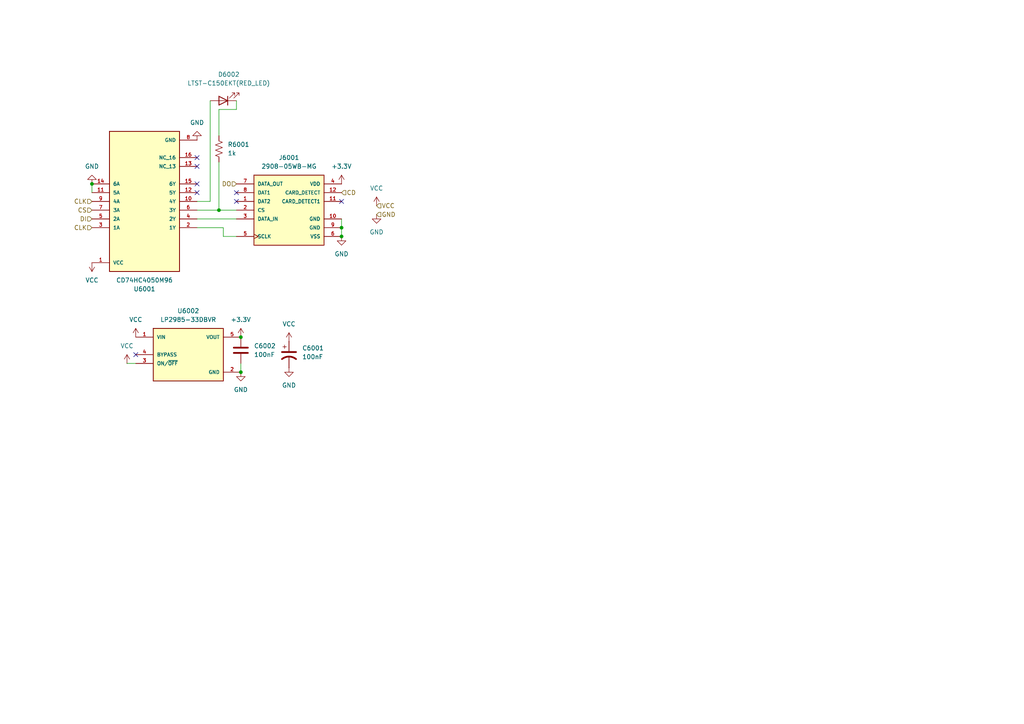
<source format=kicad_sch>
(kicad_sch (version 20231120) (generator "eeschema") (generator_version "8.0")
  (paper "A4")
  (lib_symbols
    (symbol "2908-05WB-MG:2908-05WB-MG" (pin_names (offset 1.016))
      (property "Reference" "J" (at -10.1759 10.1759 0))
      (property "Value" "2908-05WB-MG" (at -10.1675 -12.7094 0))
      (symbol "2908-05WB-MG_0_0"
        (rectangle (start -10.16 -10.16) (end 10.16 10.16) (stroke (width 0.254)) (fill (type background)))
        (pin bidirectional line (at -15.24 2.54 0) (length 5.08) (name "DAT2") (number "1"))
        (pin power_in line (at 15.24 7.62 180) (length 5.08) (name "VDD") (number "4"))
        (pin power_in line (at 15.24 -7.62 180) (length 5.08) (name "VSS") (number "6"))
        (pin bidirectional line (at -15.24 5.08 0) (length 5.08) (name "DAT1") (number "8"))
      )
      (symbol "2908-05WB-MG_1_0"
        (pin power_in line (at 15.24 -2.54 180) (length 5.08) (name "GND") (number "10"))
        (pin unspecified line (at 15.24 2.54 180) (length 5.08) (name "CARD_DETECT1") (number "11"))
        (pin unspecified line (at 15.24 5.08 180) (length 5.08) (name "CARD_DETECT") (number "12"))
        (pin bidirectional line (at -15.24 0 0) (length 5.08) (name "CS") (number "2"))
        (pin bidirectional line (at -15.24 -2.54 0) (length 5.08) (name "DATA_IN") (number "3"))
        (pin bidirectional clock (at -15.24 -7.62 0) (length 5.08) (name "SCLK") (number "5"))
        (pin bidirectional line (at -15.24 7.62 0) (length 5.08) (name "DATA_OUT") (number "7"))
        (pin power_in line (at 15.24 -5.08 180) (length 5.08) (name "GND") (number "9"))
      )
    )
    (symbol "CD74HC4050M96:CD74HC4050M96" (pin_names (offset 1.016))
      (property "Reference" "U" (at -10.16 21.32 0))
      (property "Value" "CD74HC4050M96" (at -10.16 -24.32 0))
      (symbol "CD74HC4050M96_0_0"
        (rectangle (start -10.16 -20.32) (end 10.16 20.32) (stroke (width 0.254)) (fill (type background)))
        (pin power_in line (at -15.24 17.78 0) (length 5.08) (name "VCC") (number "1"))
        (pin output line (at 15.24 0 180) (length 5.08) (name "4Y") (number "10"))
        (pin input line (at -15.24 -2.54 0) (length 5.08) (name "5A") (number "11"))
        (pin output line (at 15.24 -2.54 180) (length 5.08) (name "5Y") (number "12"))
        (pin passive line (at 15.24 -10.16 180) (length 5.08) (name "NC_13") (number "13"))
        (pin input line (at -15.24 -5.08 0) (length 5.08) (name "6A") (number "14"))
        (pin output line (at 15.24 -5.08 180) (length 5.08) (name "6Y") (number "15"))
        (pin passive line (at 15.24 -12.7 180) (length 5.08) (name "NC_16") (number "16"))
        (pin output line (at 15.24 7.62 180) (length 5.08) (name "1Y") (number "2"))
        (pin input line (at -15.24 7.62 0) (length 5.08) (name "1A") (number "3"))
        (pin output line (at 15.24 5.08 180) (length 5.08) (name "2Y") (number "4"))
        (pin input line (at -15.24 5.08 0) (length 5.08) (name "2A") (number "5"))
        (pin output line (at 15.24 2.54 180) (length 5.08) (name "3Y") (number "6"))
        (pin input line (at -15.24 2.54 0) (length 5.08) (name "3A") (number "7"))
        (pin power_in line (at 15.24 -17.78 180) (length 5.08) (name "GND") (number "8"))
        (pin input line (at -15.24 0 0) (length 5.08) (name "4A") (number "9"))
      )
    )
    (symbol "Device:C" (pin_numbers hide) (pin_names (offset 0.254))
      (property "Reference" "C" (at 0.635 2.54 0))
      (property "Value" "C" (at 0.635 -2.54 0))
      (symbol "C_0_1"
        (polyline (pts (xy -2.032 -0.762) (xy 2.032 -0.762)) (stroke (width 0.508)))
        (polyline (pts (xy -2.032 0.762) (xy 2.032 0.762)) (stroke (width 0.508)))
      )
      (symbol "C_1_1"
        (pin passive line (at 0 3.81 270) (length 2.794) (name "~") (number "1"))
        (pin passive line (at 0 -3.81 90) (length 2.794) (name "~") (number "2"))
      )
    )
    (symbol "Device:C_Polarized_US" (pin_numbers hide) (pin_names (offset 0.254) hide)
      (property "Reference" "C" (at 0.635 2.54 0))
      (property "Value" "C_Polarized_US" (at 0.635 -2.54 0))
      (symbol "C_Polarized_US_0_1"
        (polyline (pts (xy -2.032 0.762) (xy 2.032 0.762)) (stroke (width 0.508)))
        (polyline (pts (xy -1.778 2.286) (xy -0.762 2.286)))
        (polyline (pts (xy -1.27 1.778) (xy -1.27 2.794)))
        (arc (start 2.032 -1.27) (mid 0 -0.5572) (end -2.032 -1.27) (stroke (width 0.508)))
      )
      (symbol "C_Polarized_US_1_1"
        (pin passive line (at 0 3.81 270) (length 2.794) (name "~") (number "1"))
        (pin passive line (at 0 -3.81 90) (length 3.302) (name "~") (number "2"))
      )
    )
    (symbol "Device:LED" (pin_numbers hide) (pin_names (offset 1.016) hide)
      (property "Reference" "D" (at 0 2.54 0))
      (property "Value" "LED" (at 0 -2.54 0))
      (symbol "LED_0_1"
        (polyline (pts (xy -1.27 -1.27) (xy -1.27 1.27)) (stroke (width 0.254)))
        (polyline (pts (xy -1.27 0) (xy 1.27 0)))
        (polyline (pts (xy 1.27 -1.27) (xy 1.27 1.27) (xy -1.27 0) (xy 1.27 -1.27)) (stroke (width 0.254)))
        (polyline (pts (xy -3.048 -0.762) (xy -4.572 -2.286) (xy -3.81 -2.286) (xy -4.572 -2.286) (xy -4.572 -1.524)))
        (polyline (pts (xy -1.778 -0.762) (xy -3.302 -2.286) (xy -2.54 -2.286) (xy -3.302 -2.286) (xy -3.302 -1.524)))
      )
      (symbol "LED_1_1"
        (pin passive line (at -3.81 0 0) (length 2.54) (name "K") (number "1"))
        (pin passive line (at 3.81 0 180) (length 2.54) (name "A") (number "2"))
      )
    )
    (symbol "Device:R_US" (pin_numbers hide) (pin_names (offset 0))
      (property "Reference" "R" (at 2.54 0 90))
      (property "Value" "R_US" (at -2.54 0 90))
      (symbol "R_US_0_1"
        (polyline (pts (xy 0 -2.286) (xy 0 -2.54)))
        (polyline (pts (xy 0 2.286) (xy 0 2.54)))
        (polyline (pts (xy 0 -0.762) (xy 1.016 -1.143) (xy 0 -1.524) (xy -1.016 -1.905) (xy 0 -2.286)))
        (polyline (pts (xy 0 0.762) (xy 1.016 0.381) (xy 0 0) (xy -1.016 -0.381) (xy 0 -0.762)))
        (polyline (pts (xy 0 2.286) (xy 1.016 1.905) (xy 0 1.524) (xy -1.016 1.143) (xy 0 0.762)))
      )
      (symbol "R_US_1_1"
        (pin passive line (at 0 3.81 270) (length 1.27) (name "~") (number "1"))
        (pin passive line (at 0 -3.81 90) (length 1.27) (name "~") (number "2"))
      )
    )
    (symbol "LP2985-33DBVR:LP2985-33DBVR" (pin_names (offset 1.016))
      (property "Reference" "U" (at -10.16 8.62 0))
      (property "Value" "LP2985-33DBVR" (at -10.16 -10.16 0))
      (symbol "LP2985-33DBVR_0_0"
        (rectangle (start -10.16 -7.62) (end 10.16 7.62) (stroke (width 0.254)) (fill (type background)))
        (pin input line (at -15.24 5.08 0) (length 5.08) (name "VIN") (number "1"))
        (pin power_in line (at 15.24 -5.08 180) (length 5.08) (name "GND") (number "2"))
        (pin input line (at -15.24 -2.54 0) (length 5.08) (name "ON/~{OFF}") (number "3"))
        (pin bidirectional line (at -15.24 0 0) (length 5.08) (name "BYPASS") (number "4"))
        (pin output line (at 15.24 5.08 180) (length 5.08) (name "VOUT") (number "5"))
      )
    )
    (symbol "power:+3.3V" (power) (pin_numbers hide) (pin_names (offset 0) hide)
      (property "Value" "+3.3V" (at 0 3.556 0))
      (symbol "+3.3V_0_1"
        (polyline (pts (xy -0.762 1.27) (xy 0 2.54)))
        (polyline (pts (xy 0 0) (xy 0 2.54)))
        (polyline (pts (xy 0 2.54) (xy 0.762 1.27)))
      )
      (symbol "+3.3V_1_1"
        (pin power_in line (at 0 0 90) (length 0) (name "~") (number "1"))
      )
    )
    (symbol "power:GND" (power) (pin_numbers hide) (pin_names (offset 0) hide)
      (property "Value" "GND" (at 0 -3.81 0))
      (symbol "GND_0_1"
        (polyline (pts (xy 0 0) (xy 0 -1.27) (xy 1.27 -1.27) (xy 0 -2.54) (xy -1.27 -1.27) (xy 0 -1.27)))
      )
      (symbol "GND_1_1"
        (pin power_in line (at 0 0 270) (length 0) (name "~") (number "1"))
      )
    )
    (symbol "power:VCC" (power) (pin_numbers hide) (pin_names (offset 0) hide)
      (property "Value" "VCC" (at 0 3.556 0))
      (symbol "VCC_0_1"
        (polyline (pts (xy -0.762 1.27) (xy 0 2.54)))
        (polyline (pts (xy 0 0) (xy 0 2.54)))
        (polyline (pts (xy 0 2.54) (xy 0.762 1.27)))
      )
      (symbol "VCC_1_1"
        (pin power_in line (at 0 0 90) (length 0) (name "~") (number "1"))
      )
    )
  )
  (junction (at 26.67 53.34))
  (junction (at 63.5 60.96))
  (junction (at 69.85 97.79))
  (junction (at 69.85 107.95))
  (junction (at 99.06 68.58))
  (junction (at 99.06 66.04))
  (no_connect (at 39.37 102.87))
  (no_connect (at 57.15 53.34))
  (no_connect (at 57.15 48.26))
  (no_connect (at 99.06 58.42))
  (no_connect (at 57.15 55.88))
  (no_connect (at 57.15 45.72))
  (no_connect (at 68.58 58.42))
  (no_connect (at 68.58 55.88))
  (wire (pts (xy 63.5 60.96) (xy 68.58 60.96)))
  (wire (pts (xy 99.06 66.04) (xy 99.06 68.58)))
  (wire (pts (xy 99.06 63.5) (xy 99.06 66.04)))
  (wire (pts (xy 57.15 63.5) (xy 68.58 63.5)))
  (wire (pts (xy 63.5 46.99) (xy 63.5 60.96)))
  (wire (pts (xy 63.5 31.75) (xy 68.58 31.75)))
  (wire (pts (xy 69.85 105.41) (xy 69.85 107.95)))
  (wire (pts (xy 26.67 55.88) (xy 26.67 53.34)))
  (wire (pts (xy 63.5 31.75) (xy 63.5 39.37)))
  (wire (pts (xy 64.77 66.04) (xy 64.77 68.58)))
  (wire (pts (xy 57.15 66.04) (xy 64.77 66.04)))
  (wire (pts (xy 68.58 31.75) (xy 68.58 29.21)))
  (wire (pts (xy 57.15 58.42) (xy 60.96 58.42)))
  (wire (pts (xy 60.96 58.42) (xy 60.96 29.21)))
  (wire (pts (xy 36.83 105.41) (xy 39.37 105.41)))
  (wire (pts (xy 57.15 60.96) (xy 63.5 60.96)))
  (wire (pts (xy 64.77 68.58) (xy 68.58 68.58)))
  (hierarchical_label "VCC" (shape input) (at 109.22 59.69 0))
  (hierarchical_label "GND" (shape input) (at 109.22 62.23 0))
  (hierarchical_label "DI" (shape input) (at 26.67 63.5 180))
  (hierarchical_label "CLK" (shape input) (at 26.67 58.42 180))
  (hierarchical_label "CLK" (shape input) (at 26.67 66.04 180))
  (hierarchical_label "CS" (shape input) (at 26.67 60.96 180))
  (hierarchical_label "CD" (shape input) (at 99.06 55.88 0))
  (hierarchical_label "DO" (shape input) (at 68.58 53.34 180))
  (symbol (lib_id "power:GND") (at 83.82 106.68 0) (unit 1)
    (property "Reference" "#PWR06013" (effects (hide yes)))
    (property "Value" "GND" (at 83.82 111.76 0))
    (property "Description" "Power symbol creates a global label with name \"GND\" , ground" (effects (hide yes)))
  )
  (symbol (lib_id "power:VCC") (at 39.37 97.79 0) (mirror y) (unit 1)
    (property "Reference" "#PWR06009" (effects (hide yes)))
    (property "Value" "VCC" (at 39.37 92.71 0))
    (property "Description" "Power symbol creates a global label with name \"VCC\"" (effects (hide yes)))
  )
  (symbol (lib_id "power:GND") (at 57.15 40.64 0) (mirror x) (unit 1)
    (property "Reference" "#PWR06008" (effects (hide yes)))
    (property "Value" "GND" (at 57.15 35.56 0))
    (property "Description" "Power symbol creates a global label with name \"GND\" , ground" (effects (hide yes)))
  )
  (symbol (lib_id "power:VCC") (at 36.83 105.41 0) (mirror y) (unit 1)
    (property "Reference" "#PWR06011" (effects (hide yes)))
    (property "Value" "VCC" (at 36.83 100.33 0))
    (property "Description" "Power symbol creates a global label with name \"VCC\"" (effects (hide yes)))
  )
  (symbol (lib_id "power:GND") (at 109.22 62.23 0) (unit 1)
    (property "Reference" "#PWR06004" (effects (hide yes)))
    (property "Value" "GND" (at 109.22 67.31 0))
    (property "Description" "Power symbol creates a global label with name \"GND\" , ground" (effects (hide yes)))
  )
  (symbol (lib_id "power:GND") (at 69.85 107.95 0) (unit 1)
    (property "Reference" "#PWR06002" (effects (hide yes)))
    (property "Value" "GND" (at 69.85 113.03 0))
    (property "Description" "Power symbol creates a global label with name \"GND\" , ground" (effects (hide yes)))
  )
  (symbol (lib_id "Device:C_Polarized_US") (at 83.82 102.87 0) (unit 1)
    (property "Reference" "C6001" (at 87.63 100.9649 0) (effects (justify left)))
    (property "Value" "100nF" (at 87.63 103.5049 0) (effects (justify left)))
    (property "Footprint" "Capacitor_Tantalum_SMD:CP_EIA-1608-08_AVX-J" (effects (hide yes)))
    (property "Description" "Polarized capacitor, US symbol" (effects (hide yes)))
  )
  (symbol (lib_id "power:GND") (at 99.06 68.58 0) (unit 1)
    (property "Reference" "#PWR06003" (effects (hide yes)))
    (property "Value" "GND" (at 99.06 73.66 0))
    (property "Description" "Power symbol creates a global label with name \"GND\" , ground" (effects (hide yes)))
  )
  (symbol (lib_id "power:VCC") (at 26.67 76.2 0) (mirror x) (unit 1)
    (property "Reference" "#PWR06007" (effects (hide yes)))
    (property "Value" "VCC" (at 26.67 81.28 0))
    (property "Description" "Power symbol creates a global label with name \"VCC\"" (effects (hide yes)))
  )
  (symbol (lib_id "power:VCC") (at 83.82 99.06 0) (mirror y) (unit 1)
    (property "Reference" "#PWR06012" (effects (hide yes)))
    (property "Value" "VCC" (at 83.82 93.98 0))
    (property "Description" "Power symbol creates a global label with name \"VCC\"" (effects (hide yes)))
  )
  (symbol (lib_id "Device:LED") (at 64.77 29.21 180) (unit 1)
    (property "Reference" "D6002" (at 66.3575 21.59 0))
    (property "Value" "LTST-C150EKT(RED_LED)" (at 66.3575 24.13 0))
    (property "Footprint" "LED_SMD:LED_1206_3216Metric" (effects (hide yes)))
    (property "Description" "Light emitting diode" (effects (hide yes)))
  )
  (symbol (lib_id "CD74HC4050M96:CD74HC4050M96") (at 41.91 58.42 0) (mirror x) (unit 1)
    (property "Reference" "U6001" (at 41.91 83.82 0))
    (property "Value" "CD74HC4050M96" (at 41.91 81.28 0))
    (property "Footprint" "CD74HC4050M96:SOIC127P600X175-16N" (effects (hide yes)))
    (property "PARTREV" "February 2005" (effects (hide yes)))
    (property "MANUFACTURER" "Texas Instruments" (effects (hide yes)))
    (property "MAXIMUM_PACKAGE_HEIGHT" "1.75mm" (effects (hide yes)))
    (property "STANDARD" "IPC-7351B" (effects (hide yes)))
  )
  (symbol (lib_id "2908-05WB-MG:2908-05WB-MG") (at 83.82 60.96 0) (unit 1)
    (property "Reference" "J6001" (at 83.82 45.72 0))
    (property "Value" "2908-05WB-MG" (at 83.82 48.26 0))
    (property "Footprint" "2908-05WB-MG:3M_2908-05WB-MG" (effects (hide yes)))
    (property "MANUFACTURER" "3M" (effects (hide yes)))
  )
  (symbol (lib_id "power:+3.3V") (at 99.06 53.34 0) (unit 1)
    (property "Reference" "#PWR06001" (effects (hide yes)))
    (property "Value" "+3.3V" (at 99.06 48.26 0))
    (property "Description" "Power symbol creates a global label with name \"+3.3V\"" (effects (hide yes)))
  )
  (symbol (lib_id "Device:R_US") (at 63.5 43.18 0) (unit 1)
    (property "Reference" "R6001" (at 66.04 41.9099 0) (effects (justify left)))
    (property "Value" "1k" (at 66.04 44.4499 0) (effects (justify left)))
    (property "Footprint" "Resistor_SMD:R_0201_0603Metric" (effects (hide yes)))
    (property "Description" "Resistor, US symbol" (effects (hide yes)))
  )
  (symbol (lib_id "power:VCC") (at 109.22 59.69 0) (unit 1)
    (property "Reference" "#PWR06005" (effects (hide yes)))
    (property "Value" "VCC" (at 109.22 54.61 0))
    (property "Description" "Power symbol creates a global label with name \"VCC\"" (effects (hide yes)))
  )
  (symbol (lib_id "power:GND") (at 26.67 53.34 0) (mirror x) (unit 1)
    (property "Reference" "#PWR06006" (effects (hide yes)))
    (property "Value" "GND" (at 26.67 48.26 0))
    (property "Description" "Power symbol creates a global label with name \"GND\" , ground" (effects (hide yes)))
  )
  (symbol (lib_id "Device:C") (at 69.85 101.6 0) (unit 1)
    (property "Reference" "C6002" (at 73.66 100.3299 0) (effects (justify left)))
    (property "Value" "100nF" (at 73.66 102.8699 0) (effects (justify left)))
    (property "Footprint" "Capacitor_SMD:C_0201_0603Metric" (effects (hide yes)))
    (property "Description" "Unpolarized capacitor" (effects (hide yes)))
  )
  (symbol (lib_id "LP2985-33DBVR:LP2985-33DBVR") (at 54.61 102.87 0) (unit 1)
    (property "Reference" "U6002" (at 54.61 90.17 0))
    (property "Value" "LP2985-33DBVR" (at 54.61 92.71 0))
    (property "Footprint" "LP2985-33DBVR:SOT95P280X145-5N" (effects (hide yes)))
    (property "PARTREV" "O" (effects (hide yes)))
    (property "MANUFACTURER" "Texas Instruments" (effects (hide yes)))
    (property "MAXIMUM_PACKAGE_HEIGHT" "1.45mm" (effects (hide yes)))
    (property "STANDARD" "IPC-7351B" (effects (hide yes)))
  )
  (symbol (lib_id "power:+3.3V") (at 69.85 97.79 0) (unit 1)
    (property "Reference" "#PWR06010" (effects (hide yes)))
    (property "Value" "+3.3V" (at 69.85 92.71 0))
    (property "Description" "Power symbol creates a global label with name \"+3.3V\"" (effects (hide yes)))
  )
)
</source>
